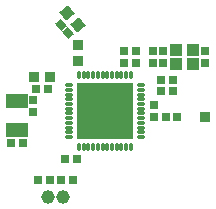
<source format=gts>
G04 Layer_Color=8388736*
%FSLAX24Y24*%
%MOIN*%
G70*
G01*
G75*
%ADD40R,0.0257X0.0296*%
%ADD41R,0.0296X0.0257*%
%ADD42R,0.0434X0.0395*%
%ADD43R,0.0316X0.0257*%
%ADD44R,0.0355X0.0375*%
%ADD45R,0.0769X0.0454*%
%ADD46R,0.0360X0.0360*%
G04:AMPARAMS|DCode=47|XSize=37.5mil|YSize=35.5mil|CornerRadius=0mil|HoleSize=0mil|Usage=FLASHONLY|Rotation=40.000|XOffset=0mil|YOffset=0mil|HoleType=Round|Shape=Rectangle|*
%AMROTATEDRECTD47*
4,1,4,-0.0029,-0.0257,-0.0258,0.0016,0.0029,0.0257,0.0258,-0.0016,-0.0029,-0.0257,0.0*
%
%ADD47ROTATEDRECTD47*%

G04:AMPARAMS|DCode=48|XSize=25.7mil|YSize=31.6mil|CornerRadius=0mil|HoleSize=0mil|Usage=FLASHONLY|Rotation=40.000|XOffset=0mil|YOffset=0mil|HoleType=Round|Shape=Rectangle|*
%AMROTATEDRECTD48*
4,1,4,0.0003,-0.0204,-0.0200,0.0038,-0.0003,0.0204,0.0200,-0.0038,0.0003,-0.0204,0.0*
%
%ADD48ROTATEDRECTD48*%

%ADD49R,0.0375X0.0355*%
%ADD50O,0.0316X0.0139*%
%ADD51O,0.0139X0.0316*%
%ADD52R,0.1910X0.1910*%
%ADD53C,0.0454*%
D40*
X1030Y2007D02*
D03*
Y1613D02*
D03*
X1940Y2007D02*
D03*
Y1613D02*
D03*
X1650Y-197D02*
D03*
Y197D02*
D03*
X1590Y2007D02*
D03*
Y1613D02*
D03*
X-2380Y-17D02*
D03*
Y377D02*
D03*
X3340Y1613D02*
D03*
Y2007D02*
D03*
X650Y1613D02*
D03*
Y2007D02*
D03*
D41*
X-1467Y-2300D02*
D03*
X-1073D02*
D03*
X-2297Y740D02*
D03*
X-1903D02*
D03*
X1883Y680D02*
D03*
X2277D02*
D03*
X2277Y1030D02*
D03*
X1883D02*
D03*
X-2237Y-2300D02*
D03*
X-1843D02*
D03*
X-3137Y-1060D02*
D03*
X-2743D02*
D03*
X-1317Y-1610D02*
D03*
X-923D02*
D03*
D42*
X2355Y1584D02*
D03*
Y2036D02*
D03*
X2925D02*
D03*
Y1584D02*
D03*
D43*
X2023Y-200D02*
D03*
X2397D02*
D03*
D44*
X-1834Y1150D02*
D03*
X-2366D02*
D03*
D45*
X-2940Y342D02*
D03*
Y-642D02*
D03*
D46*
X3350Y-197D02*
D03*
D47*
X-1251Y3286D02*
D03*
X-909Y2878D02*
D03*
D48*
X-1230Y2599D02*
D03*
X-1470Y2885D02*
D03*
D49*
X-890Y2188D02*
D03*
Y1656D02*
D03*
D50*
X-1191Y866D02*
D03*
Y709D02*
D03*
Y551D02*
D03*
Y394D02*
D03*
Y236D02*
D03*
Y79D02*
D03*
Y-79D02*
D03*
Y-236D02*
D03*
Y-394D02*
D03*
Y-551D02*
D03*
Y-709D02*
D03*
Y-866D02*
D03*
X1191D02*
D03*
Y-709D02*
D03*
Y-551D02*
D03*
Y-394D02*
D03*
Y-236D02*
D03*
Y-79D02*
D03*
Y79D02*
D03*
Y236D02*
D03*
Y394D02*
D03*
Y551D02*
D03*
Y709D02*
D03*
Y866D02*
D03*
D51*
X-866Y-1191D02*
D03*
X-709D02*
D03*
X-551D02*
D03*
X-394D02*
D03*
X-236D02*
D03*
X-79D02*
D03*
X79D02*
D03*
X236D02*
D03*
X394D02*
D03*
X551D02*
D03*
X709D02*
D03*
X866D02*
D03*
Y1191D02*
D03*
X709D02*
D03*
X551D02*
D03*
X394D02*
D03*
X236D02*
D03*
X79D02*
D03*
X-79D02*
D03*
X-236D02*
D03*
X-394D02*
D03*
X-551D02*
D03*
X-709D02*
D03*
X-866D02*
D03*
D52*
X0Y0D02*
D03*
D53*
X-1895Y-2870D02*
D03*
X-1395D02*
D03*
M02*

</source>
